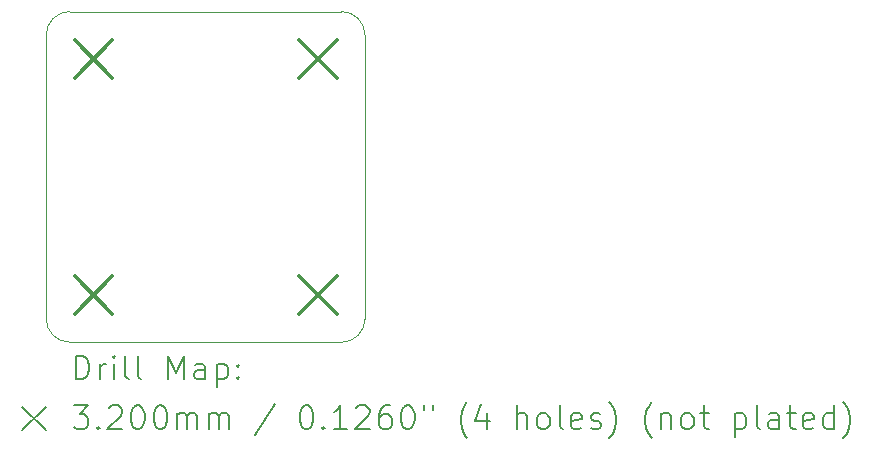
<source format=gbr>
%FSLAX45Y45*%
G04 Gerber Fmt 4.5, Leading zero omitted, Abs format (unit mm)*
G04 Created by KiCad (PCBNEW 6.0.4-6f826c9f35~116~ubuntu20.04.1) date 2022-04-30 09:46:03*
%MOMM*%
%LPD*%
G01*
G04 APERTURE LIST*
%TA.AperFunction,Profile*%
%ADD10C,0.100000*%
%TD*%
%ADD11C,0.200000*%
%ADD12C,0.320000*%
G04 APERTURE END LIST*
D10*
X8100000Y-6700000D02*
G75*
G03*
X8300000Y-6900000I200000J0D01*
G01*
X10600000Y-6900000D02*
G75*
G03*
X10800000Y-6700000I0J200000D01*
G01*
X10800000Y-4300000D02*
G75*
G03*
X10600000Y-4100000I-200000J0D01*
G01*
X8300000Y-4100000D02*
G75*
G03*
X8100000Y-4300000I0J-200000D01*
G01*
X8100000Y-6700000D02*
X8100000Y-4300000D01*
X10600000Y-6900000D02*
X8300000Y-6900000D01*
X10800000Y-4300000D02*
X10800000Y-6700000D01*
X8300000Y-4100000D02*
X10600000Y-4100000D01*
D11*
D12*
X8340000Y-4340000D02*
X8660000Y-4660000D01*
X8660000Y-4340000D02*
X8340000Y-4660000D01*
X8340000Y-6340000D02*
X8660000Y-6660000D01*
X8660000Y-6340000D02*
X8340000Y-6660000D01*
X10240000Y-4340000D02*
X10560000Y-4660000D01*
X10560000Y-4340000D02*
X10240000Y-4660000D01*
X10240000Y-6340000D02*
X10560000Y-6660000D01*
X10560000Y-6340000D02*
X10240000Y-6660000D01*
D11*
X8352619Y-7215476D02*
X8352619Y-7015476D01*
X8400238Y-7015476D01*
X8428810Y-7025000D01*
X8447857Y-7044048D01*
X8457381Y-7063095D01*
X8466905Y-7101190D01*
X8466905Y-7129762D01*
X8457381Y-7167857D01*
X8447857Y-7186905D01*
X8428810Y-7205952D01*
X8400238Y-7215476D01*
X8352619Y-7215476D01*
X8552619Y-7215476D02*
X8552619Y-7082143D01*
X8552619Y-7120238D02*
X8562143Y-7101190D01*
X8571667Y-7091667D01*
X8590714Y-7082143D01*
X8609762Y-7082143D01*
X8676429Y-7215476D02*
X8676429Y-7082143D01*
X8676429Y-7015476D02*
X8666905Y-7025000D01*
X8676429Y-7034524D01*
X8685952Y-7025000D01*
X8676429Y-7015476D01*
X8676429Y-7034524D01*
X8800238Y-7215476D02*
X8781190Y-7205952D01*
X8771667Y-7186905D01*
X8771667Y-7015476D01*
X8905000Y-7215476D02*
X8885952Y-7205952D01*
X8876429Y-7186905D01*
X8876429Y-7015476D01*
X9133571Y-7215476D02*
X9133571Y-7015476D01*
X9200238Y-7158333D01*
X9266905Y-7015476D01*
X9266905Y-7215476D01*
X9447857Y-7215476D02*
X9447857Y-7110714D01*
X9438333Y-7091667D01*
X9419286Y-7082143D01*
X9381190Y-7082143D01*
X9362143Y-7091667D01*
X9447857Y-7205952D02*
X9428810Y-7215476D01*
X9381190Y-7215476D01*
X9362143Y-7205952D01*
X9352619Y-7186905D01*
X9352619Y-7167857D01*
X9362143Y-7148809D01*
X9381190Y-7139286D01*
X9428810Y-7139286D01*
X9447857Y-7129762D01*
X9543095Y-7082143D02*
X9543095Y-7282143D01*
X9543095Y-7091667D02*
X9562143Y-7082143D01*
X9600238Y-7082143D01*
X9619286Y-7091667D01*
X9628810Y-7101190D01*
X9638333Y-7120238D01*
X9638333Y-7177381D01*
X9628810Y-7196428D01*
X9619286Y-7205952D01*
X9600238Y-7215476D01*
X9562143Y-7215476D01*
X9543095Y-7205952D01*
X9724048Y-7196428D02*
X9733571Y-7205952D01*
X9724048Y-7215476D01*
X9714524Y-7205952D01*
X9724048Y-7196428D01*
X9724048Y-7215476D01*
X9724048Y-7091667D02*
X9733571Y-7101190D01*
X9724048Y-7110714D01*
X9714524Y-7101190D01*
X9724048Y-7091667D01*
X9724048Y-7110714D01*
X7895000Y-7445000D02*
X8095000Y-7645000D01*
X8095000Y-7445000D02*
X7895000Y-7645000D01*
X8333571Y-7435476D02*
X8457381Y-7435476D01*
X8390714Y-7511667D01*
X8419286Y-7511667D01*
X8438333Y-7521190D01*
X8447857Y-7530714D01*
X8457381Y-7549762D01*
X8457381Y-7597381D01*
X8447857Y-7616428D01*
X8438333Y-7625952D01*
X8419286Y-7635476D01*
X8362143Y-7635476D01*
X8343095Y-7625952D01*
X8333571Y-7616428D01*
X8543095Y-7616428D02*
X8552619Y-7625952D01*
X8543095Y-7635476D01*
X8533571Y-7625952D01*
X8543095Y-7616428D01*
X8543095Y-7635476D01*
X8628810Y-7454524D02*
X8638333Y-7445000D01*
X8657381Y-7435476D01*
X8705000Y-7435476D01*
X8724048Y-7445000D01*
X8733571Y-7454524D01*
X8743095Y-7473571D01*
X8743095Y-7492619D01*
X8733571Y-7521190D01*
X8619286Y-7635476D01*
X8743095Y-7635476D01*
X8866905Y-7435476D02*
X8885952Y-7435476D01*
X8905000Y-7445000D01*
X8914524Y-7454524D01*
X8924048Y-7473571D01*
X8933571Y-7511667D01*
X8933571Y-7559286D01*
X8924048Y-7597381D01*
X8914524Y-7616428D01*
X8905000Y-7625952D01*
X8885952Y-7635476D01*
X8866905Y-7635476D01*
X8847857Y-7625952D01*
X8838333Y-7616428D01*
X8828810Y-7597381D01*
X8819286Y-7559286D01*
X8819286Y-7511667D01*
X8828810Y-7473571D01*
X8838333Y-7454524D01*
X8847857Y-7445000D01*
X8866905Y-7435476D01*
X9057381Y-7435476D02*
X9076429Y-7435476D01*
X9095476Y-7445000D01*
X9105000Y-7454524D01*
X9114524Y-7473571D01*
X9124048Y-7511667D01*
X9124048Y-7559286D01*
X9114524Y-7597381D01*
X9105000Y-7616428D01*
X9095476Y-7625952D01*
X9076429Y-7635476D01*
X9057381Y-7635476D01*
X9038333Y-7625952D01*
X9028810Y-7616428D01*
X9019286Y-7597381D01*
X9009762Y-7559286D01*
X9009762Y-7511667D01*
X9019286Y-7473571D01*
X9028810Y-7454524D01*
X9038333Y-7445000D01*
X9057381Y-7435476D01*
X9209762Y-7635476D02*
X9209762Y-7502143D01*
X9209762Y-7521190D02*
X9219286Y-7511667D01*
X9238333Y-7502143D01*
X9266905Y-7502143D01*
X9285952Y-7511667D01*
X9295476Y-7530714D01*
X9295476Y-7635476D01*
X9295476Y-7530714D02*
X9305000Y-7511667D01*
X9324048Y-7502143D01*
X9352619Y-7502143D01*
X9371667Y-7511667D01*
X9381190Y-7530714D01*
X9381190Y-7635476D01*
X9476429Y-7635476D02*
X9476429Y-7502143D01*
X9476429Y-7521190D02*
X9485952Y-7511667D01*
X9505000Y-7502143D01*
X9533571Y-7502143D01*
X9552619Y-7511667D01*
X9562143Y-7530714D01*
X9562143Y-7635476D01*
X9562143Y-7530714D02*
X9571667Y-7511667D01*
X9590714Y-7502143D01*
X9619286Y-7502143D01*
X9638333Y-7511667D01*
X9647857Y-7530714D01*
X9647857Y-7635476D01*
X10038333Y-7425952D02*
X9866905Y-7683095D01*
X10295476Y-7435476D02*
X10314524Y-7435476D01*
X10333571Y-7445000D01*
X10343095Y-7454524D01*
X10352619Y-7473571D01*
X10362143Y-7511667D01*
X10362143Y-7559286D01*
X10352619Y-7597381D01*
X10343095Y-7616428D01*
X10333571Y-7625952D01*
X10314524Y-7635476D01*
X10295476Y-7635476D01*
X10276429Y-7625952D01*
X10266905Y-7616428D01*
X10257381Y-7597381D01*
X10247857Y-7559286D01*
X10247857Y-7511667D01*
X10257381Y-7473571D01*
X10266905Y-7454524D01*
X10276429Y-7445000D01*
X10295476Y-7435476D01*
X10447857Y-7616428D02*
X10457381Y-7625952D01*
X10447857Y-7635476D01*
X10438333Y-7625952D01*
X10447857Y-7616428D01*
X10447857Y-7635476D01*
X10647857Y-7635476D02*
X10533571Y-7635476D01*
X10590714Y-7635476D02*
X10590714Y-7435476D01*
X10571667Y-7464048D01*
X10552619Y-7483095D01*
X10533571Y-7492619D01*
X10724048Y-7454524D02*
X10733571Y-7445000D01*
X10752619Y-7435476D01*
X10800238Y-7435476D01*
X10819286Y-7445000D01*
X10828810Y-7454524D01*
X10838333Y-7473571D01*
X10838333Y-7492619D01*
X10828810Y-7521190D01*
X10714524Y-7635476D01*
X10838333Y-7635476D01*
X11009762Y-7435476D02*
X10971667Y-7435476D01*
X10952619Y-7445000D01*
X10943095Y-7454524D01*
X10924048Y-7483095D01*
X10914524Y-7521190D01*
X10914524Y-7597381D01*
X10924048Y-7616428D01*
X10933571Y-7625952D01*
X10952619Y-7635476D01*
X10990714Y-7635476D01*
X11009762Y-7625952D01*
X11019286Y-7616428D01*
X11028810Y-7597381D01*
X11028810Y-7549762D01*
X11019286Y-7530714D01*
X11009762Y-7521190D01*
X10990714Y-7511667D01*
X10952619Y-7511667D01*
X10933571Y-7521190D01*
X10924048Y-7530714D01*
X10914524Y-7549762D01*
X11152619Y-7435476D02*
X11171667Y-7435476D01*
X11190714Y-7445000D01*
X11200238Y-7454524D01*
X11209762Y-7473571D01*
X11219286Y-7511667D01*
X11219286Y-7559286D01*
X11209762Y-7597381D01*
X11200238Y-7616428D01*
X11190714Y-7625952D01*
X11171667Y-7635476D01*
X11152619Y-7635476D01*
X11133571Y-7625952D01*
X11124048Y-7616428D01*
X11114524Y-7597381D01*
X11105000Y-7559286D01*
X11105000Y-7511667D01*
X11114524Y-7473571D01*
X11124048Y-7454524D01*
X11133571Y-7445000D01*
X11152619Y-7435476D01*
X11295476Y-7435476D02*
X11295476Y-7473571D01*
X11371667Y-7435476D02*
X11371667Y-7473571D01*
X11666905Y-7711667D02*
X11657381Y-7702143D01*
X11638333Y-7673571D01*
X11628809Y-7654524D01*
X11619286Y-7625952D01*
X11609762Y-7578333D01*
X11609762Y-7540238D01*
X11619286Y-7492619D01*
X11628809Y-7464048D01*
X11638333Y-7445000D01*
X11657381Y-7416428D01*
X11666905Y-7406905D01*
X11828809Y-7502143D02*
X11828809Y-7635476D01*
X11781190Y-7425952D02*
X11733571Y-7568809D01*
X11857381Y-7568809D01*
X12085952Y-7635476D02*
X12085952Y-7435476D01*
X12171667Y-7635476D02*
X12171667Y-7530714D01*
X12162143Y-7511667D01*
X12143095Y-7502143D01*
X12114524Y-7502143D01*
X12095476Y-7511667D01*
X12085952Y-7521190D01*
X12295476Y-7635476D02*
X12276428Y-7625952D01*
X12266905Y-7616428D01*
X12257381Y-7597381D01*
X12257381Y-7540238D01*
X12266905Y-7521190D01*
X12276428Y-7511667D01*
X12295476Y-7502143D01*
X12324048Y-7502143D01*
X12343095Y-7511667D01*
X12352619Y-7521190D01*
X12362143Y-7540238D01*
X12362143Y-7597381D01*
X12352619Y-7616428D01*
X12343095Y-7625952D01*
X12324048Y-7635476D01*
X12295476Y-7635476D01*
X12476428Y-7635476D02*
X12457381Y-7625952D01*
X12447857Y-7606905D01*
X12447857Y-7435476D01*
X12628809Y-7625952D02*
X12609762Y-7635476D01*
X12571667Y-7635476D01*
X12552619Y-7625952D01*
X12543095Y-7606905D01*
X12543095Y-7530714D01*
X12552619Y-7511667D01*
X12571667Y-7502143D01*
X12609762Y-7502143D01*
X12628809Y-7511667D01*
X12638333Y-7530714D01*
X12638333Y-7549762D01*
X12543095Y-7568809D01*
X12714524Y-7625952D02*
X12733571Y-7635476D01*
X12771667Y-7635476D01*
X12790714Y-7625952D01*
X12800238Y-7606905D01*
X12800238Y-7597381D01*
X12790714Y-7578333D01*
X12771667Y-7568809D01*
X12743095Y-7568809D01*
X12724048Y-7559286D01*
X12714524Y-7540238D01*
X12714524Y-7530714D01*
X12724048Y-7511667D01*
X12743095Y-7502143D01*
X12771667Y-7502143D01*
X12790714Y-7511667D01*
X12866905Y-7711667D02*
X12876428Y-7702143D01*
X12895476Y-7673571D01*
X12905000Y-7654524D01*
X12914524Y-7625952D01*
X12924048Y-7578333D01*
X12924048Y-7540238D01*
X12914524Y-7492619D01*
X12905000Y-7464048D01*
X12895476Y-7445000D01*
X12876428Y-7416428D01*
X12866905Y-7406905D01*
X13228809Y-7711667D02*
X13219286Y-7702143D01*
X13200238Y-7673571D01*
X13190714Y-7654524D01*
X13181190Y-7625952D01*
X13171667Y-7578333D01*
X13171667Y-7540238D01*
X13181190Y-7492619D01*
X13190714Y-7464048D01*
X13200238Y-7445000D01*
X13219286Y-7416428D01*
X13228809Y-7406905D01*
X13305000Y-7502143D02*
X13305000Y-7635476D01*
X13305000Y-7521190D02*
X13314524Y-7511667D01*
X13333571Y-7502143D01*
X13362143Y-7502143D01*
X13381190Y-7511667D01*
X13390714Y-7530714D01*
X13390714Y-7635476D01*
X13514524Y-7635476D02*
X13495476Y-7625952D01*
X13485952Y-7616428D01*
X13476428Y-7597381D01*
X13476428Y-7540238D01*
X13485952Y-7521190D01*
X13495476Y-7511667D01*
X13514524Y-7502143D01*
X13543095Y-7502143D01*
X13562143Y-7511667D01*
X13571667Y-7521190D01*
X13581190Y-7540238D01*
X13581190Y-7597381D01*
X13571667Y-7616428D01*
X13562143Y-7625952D01*
X13543095Y-7635476D01*
X13514524Y-7635476D01*
X13638333Y-7502143D02*
X13714524Y-7502143D01*
X13666905Y-7435476D02*
X13666905Y-7606905D01*
X13676428Y-7625952D01*
X13695476Y-7635476D01*
X13714524Y-7635476D01*
X13933571Y-7502143D02*
X13933571Y-7702143D01*
X13933571Y-7511667D02*
X13952619Y-7502143D01*
X13990714Y-7502143D01*
X14009762Y-7511667D01*
X14019286Y-7521190D01*
X14028809Y-7540238D01*
X14028809Y-7597381D01*
X14019286Y-7616428D01*
X14009762Y-7625952D01*
X13990714Y-7635476D01*
X13952619Y-7635476D01*
X13933571Y-7625952D01*
X14143095Y-7635476D02*
X14124048Y-7625952D01*
X14114524Y-7606905D01*
X14114524Y-7435476D01*
X14305000Y-7635476D02*
X14305000Y-7530714D01*
X14295476Y-7511667D01*
X14276428Y-7502143D01*
X14238333Y-7502143D01*
X14219286Y-7511667D01*
X14305000Y-7625952D02*
X14285952Y-7635476D01*
X14238333Y-7635476D01*
X14219286Y-7625952D01*
X14209762Y-7606905D01*
X14209762Y-7587857D01*
X14219286Y-7568809D01*
X14238333Y-7559286D01*
X14285952Y-7559286D01*
X14305000Y-7549762D01*
X14371667Y-7502143D02*
X14447857Y-7502143D01*
X14400238Y-7435476D02*
X14400238Y-7606905D01*
X14409762Y-7625952D01*
X14428809Y-7635476D01*
X14447857Y-7635476D01*
X14590714Y-7625952D02*
X14571667Y-7635476D01*
X14533571Y-7635476D01*
X14514524Y-7625952D01*
X14505000Y-7606905D01*
X14505000Y-7530714D01*
X14514524Y-7511667D01*
X14533571Y-7502143D01*
X14571667Y-7502143D01*
X14590714Y-7511667D01*
X14600238Y-7530714D01*
X14600238Y-7549762D01*
X14505000Y-7568809D01*
X14771667Y-7635476D02*
X14771667Y-7435476D01*
X14771667Y-7625952D02*
X14752619Y-7635476D01*
X14714524Y-7635476D01*
X14695476Y-7625952D01*
X14685952Y-7616428D01*
X14676428Y-7597381D01*
X14676428Y-7540238D01*
X14685952Y-7521190D01*
X14695476Y-7511667D01*
X14714524Y-7502143D01*
X14752619Y-7502143D01*
X14771667Y-7511667D01*
X14847857Y-7711667D02*
X14857381Y-7702143D01*
X14876428Y-7673571D01*
X14885952Y-7654524D01*
X14895476Y-7625952D01*
X14905000Y-7578333D01*
X14905000Y-7540238D01*
X14895476Y-7492619D01*
X14885952Y-7464048D01*
X14876428Y-7445000D01*
X14857381Y-7416428D01*
X14847857Y-7406905D01*
M02*

</source>
